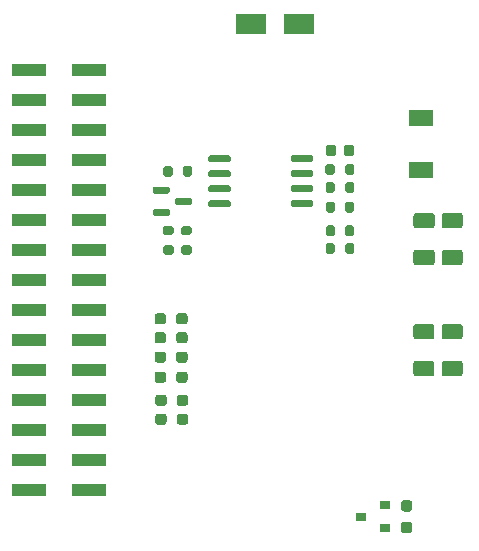
<source format=gtp>
G04 #@! TF.GenerationSoftware,KiCad,Pcbnew,7.0.7-7.0.7~ubuntu23.04.1*
G04 #@! TF.CreationDate,2023-09-19T04:43:27+00:00*
G04 #@! TF.ProjectId,m5-pantilt,6d352d70-616e-4746-996c-742e6b696361,1*
G04 #@! TF.SameCoordinates,Original*
G04 #@! TF.FileFunction,Paste,Top*
G04 #@! TF.FilePolarity,Positive*
%FSLAX46Y46*%
G04 Gerber Fmt 4.6, Leading zero omitted, Abs format (unit mm)*
G04 Created by KiCad (PCBNEW 7.0.7-7.0.7~ubuntu23.04.1) date 2023-09-19 04:43:27*
%MOMM*%
%LPD*%
G01*
G04 APERTURE LIST*
%ADD10R,0.900000X0.800000*%
%ADD11R,3.000000X1.000000*%
%ADD12R,2.500000X1.800000*%
%ADD13R,2.100000X1.400000*%
G04 APERTURE END LIST*
G36*
G01*
X117100000Y-81262500D02*
X117100000Y-81737500D01*
G75*
G02*
X116862500Y-81975000I-237500J0D01*
G01*
X116362500Y-81975000D01*
G75*
G02*
X116125000Y-81737500I0J237500D01*
G01*
X116125000Y-81262500D01*
G75*
G02*
X116362500Y-81025000I237500J0D01*
G01*
X116862500Y-81025000D01*
G75*
G02*
X117100000Y-81262500I0J-237500D01*
G01*
G37*
G36*
G01*
X115275000Y-81262500D02*
X115275000Y-81737500D01*
G75*
G02*
X115037500Y-81975000I-237500J0D01*
G01*
X114537500Y-81975000D01*
G75*
G02*
X114300000Y-81737500I0J237500D01*
G01*
X114300000Y-81262500D01*
G75*
G02*
X114537500Y-81025000I237500J0D01*
G01*
X115037500Y-81025000D01*
G75*
G02*
X115275000Y-81262500I0J-237500D01*
G01*
G37*
G36*
G01*
X117100000Y-82962500D02*
X117100000Y-83437500D01*
G75*
G02*
X116862500Y-83675000I-237500J0D01*
G01*
X116362500Y-83675000D01*
G75*
G02*
X116125000Y-83437500I0J237500D01*
G01*
X116125000Y-82962500D01*
G75*
G02*
X116362500Y-82725000I237500J0D01*
G01*
X116862500Y-82725000D01*
G75*
G02*
X117100000Y-82962500I0J-237500D01*
G01*
G37*
G36*
G01*
X115275000Y-82962500D02*
X115275000Y-83437500D01*
G75*
G02*
X115037500Y-83675000I-237500J0D01*
G01*
X114537500Y-83675000D01*
G75*
G02*
X114300000Y-83437500I0J237500D01*
G01*
X114300000Y-82962500D01*
G75*
G02*
X114537500Y-82725000I237500J0D01*
G01*
X115037500Y-82725000D01*
G75*
G02*
X115275000Y-82962500I0J-237500D01*
G01*
G37*
G36*
G01*
X140150000Y-73725000D02*
X138850000Y-73725000D01*
G75*
G02*
X138600000Y-73475000I0J250000D01*
G01*
X138600000Y-72650000D01*
G75*
G02*
X138850000Y-72400000I250000J0D01*
G01*
X140150000Y-72400000D01*
G75*
G02*
X140400000Y-72650000I0J-250000D01*
G01*
X140400000Y-73475000D01*
G75*
G02*
X140150000Y-73725000I-250000J0D01*
G01*
G37*
G36*
G01*
X140150000Y-70600000D02*
X138850000Y-70600000D01*
G75*
G02*
X138600000Y-70350000I0J250000D01*
G01*
X138600000Y-69525000D01*
G75*
G02*
X138850000Y-69275000I250000J0D01*
G01*
X140150000Y-69275000D01*
G75*
G02*
X140400000Y-69525000I0J-250000D01*
G01*
X140400000Y-70350000D01*
G75*
G02*
X140150000Y-70600000I-250000J0D01*
G01*
G37*
G36*
G01*
X136464000Y-69275000D02*
X137764000Y-69275000D01*
G75*
G02*
X138014000Y-69525000I0J-250000D01*
G01*
X138014000Y-70350000D01*
G75*
G02*
X137764000Y-70600000I-250000J0D01*
G01*
X136464000Y-70600000D01*
G75*
G02*
X136214000Y-70350000I0J250000D01*
G01*
X136214000Y-69525000D01*
G75*
G02*
X136464000Y-69275000I250000J0D01*
G01*
G37*
G36*
G01*
X136464000Y-72400000D02*
X137764000Y-72400000D01*
G75*
G02*
X138014000Y-72650000I0J-250000D01*
G01*
X138014000Y-73475000D01*
G75*
G02*
X137764000Y-73725000I-250000J0D01*
G01*
X136464000Y-73725000D01*
G75*
G02*
X136214000Y-73475000I0J250000D01*
G01*
X136214000Y-72650000D01*
G75*
G02*
X136464000Y-72400000I250000J0D01*
G01*
G37*
G36*
G01*
X136450000Y-78675000D02*
X137750000Y-78675000D01*
G75*
G02*
X138000000Y-78925000I0J-250000D01*
G01*
X138000000Y-79750000D01*
G75*
G02*
X137750000Y-80000000I-250000J0D01*
G01*
X136450000Y-80000000D01*
G75*
G02*
X136200000Y-79750000I0J250000D01*
G01*
X136200000Y-78925000D01*
G75*
G02*
X136450000Y-78675000I250000J0D01*
G01*
G37*
G36*
G01*
X136450000Y-81800000D02*
X137750000Y-81800000D01*
G75*
G02*
X138000000Y-82050000I0J-250000D01*
G01*
X138000000Y-82875000D01*
G75*
G02*
X137750000Y-83125000I-250000J0D01*
G01*
X136450000Y-83125000D01*
G75*
G02*
X136200000Y-82875000I0J250000D01*
G01*
X136200000Y-82050000D01*
G75*
G02*
X136450000Y-81800000I250000J0D01*
G01*
G37*
D10*
X133800000Y-95950000D03*
X133800000Y-94050000D03*
X131800000Y-95000000D03*
G36*
G01*
X135873700Y-96396200D02*
X135398700Y-96396200D01*
G75*
G02*
X135161200Y-96158700I0J237500D01*
G01*
X135161200Y-95658700D01*
G75*
G02*
X135398700Y-95421200I237500J0D01*
G01*
X135873700Y-95421200D01*
G75*
G02*
X136111200Y-95658700I0J-237500D01*
G01*
X136111200Y-96158700D01*
G75*
G02*
X135873700Y-96396200I-237500J0D01*
G01*
G37*
G36*
G01*
X135873700Y-94571200D02*
X135398700Y-94571200D01*
G75*
G02*
X135161200Y-94333700I0J237500D01*
G01*
X135161200Y-93833700D01*
G75*
G02*
X135398700Y-93596200I237500J0D01*
G01*
X135873700Y-93596200D01*
G75*
G02*
X136111200Y-93833700I0J-237500D01*
G01*
X136111200Y-94333700D01*
G75*
G02*
X135873700Y-94571200I-237500J0D01*
G01*
G37*
G36*
G01*
X117100000Y-78012500D02*
X117100000Y-78487500D01*
G75*
G02*
X116862500Y-78725000I-237500J0D01*
G01*
X116362500Y-78725000D01*
G75*
G02*
X116125000Y-78487500I0J237500D01*
G01*
X116125000Y-78012500D01*
G75*
G02*
X116362500Y-77775000I237500J0D01*
G01*
X116862500Y-77775000D01*
G75*
G02*
X117100000Y-78012500I0J-237500D01*
G01*
G37*
G36*
G01*
X115275000Y-78012500D02*
X115275000Y-78487500D01*
G75*
G02*
X115037500Y-78725000I-237500J0D01*
G01*
X114537500Y-78725000D01*
G75*
G02*
X114300000Y-78487500I0J237500D01*
G01*
X114300000Y-78012500D01*
G75*
G02*
X114537500Y-77775000I237500J0D01*
G01*
X115037500Y-77775000D01*
G75*
G02*
X115275000Y-78012500I0J-237500D01*
G01*
G37*
G36*
G01*
X117150000Y-84912500D02*
X117150000Y-85387500D01*
G75*
G02*
X116912500Y-85625000I-237500J0D01*
G01*
X116412500Y-85625000D01*
G75*
G02*
X116175000Y-85387500I0J237500D01*
G01*
X116175000Y-84912500D01*
G75*
G02*
X116412500Y-84675000I237500J0D01*
G01*
X116912500Y-84675000D01*
G75*
G02*
X117150000Y-84912500I0J-237500D01*
G01*
G37*
G36*
G01*
X115325000Y-84912500D02*
X115325000Y-85387500D01*
G75*
G02*
X115087500Y-85625000I-237500J0D01*
G01*
X114587500Y-85625000D01*
G75*
G02*
X114350000Y-85387500I0J237500D01*
G01*
X114350000Y-84912500D01*
G75*
G02*
X114587500Y-84675000I237500J0D01*
G01*
X115087500Y-84675000D01*
G75*
G02*
X115325000Y-84912500I0J-237500D01*
G01*
G37*
G36*
G01*
X117100000Y-79612500D02*
X117100000Y-80087500D01*
G75*
G02*
X116862500Y-80325000I-237500J0D01*
G01*
X116362500Y-80325000D01*
G75*
G02*
X116125000Y-80087500I0J237500D01*
G01*
X116125000Y-79612500D01*
G75*
G02*
X116362500Y-79375000I237500J0D01*
G01*
X116862500Y-79375000D01*
G75*
G02*
X117100000Y-79612500I0J-237500D01*
G01*
G37*
G36*
G01*
X115275000Y-79612500D02*
X115275000Y-80087500D01*
G75*
G02*
X115037500Y-80325000I-237500J0D01*
G01*
X114537500Y-80325000D01*
G75*
G02*
X114300000Y-80087500I0J237500D01*
G01*
X114300000Y-79612500D01*
G75*
G02*
X114537500Y-79375000I237500J0D01*
G01*
X115037500Y-79375000D01*
G75*
G02*
X115275000Y-79612500I0J-237500D01*
G01*
G37*
G36*
G01*
X117150000Y-86512500D02*
X117150000Y-86987500D01*
G75*
G02*
X116912500Y-87225000I-237500J0D01*
G01*
X116412500Y-87225000D01*
G75*
G02*
X116175000Y-86987500I0J237500D01*
G01*
X116175000Y-86512500D01*
G75*
G02*
X116412500Y-86275000I237500J0D01*
G01*
X116912500Y-86275000D01*
G75*
G02*
X117150000Y-86512500I0J-237500D01*
G01*
G37*
G36*
G01*
X115325000Y-86512500D02*
X115325000Y-86987500D01*
G75*
G02*
X115087500Y-87225000I-237500J0D01*
G01*
X114587500Y-87225000D01*
G75*
G02*
X114350000Y-86987500I0J237500D01*
G01*
X114350000Y-86512500D01*
G75*
G02*
X114587500Y-86275000I237500J0D01*
G01*
X115087500Y-86275000D01*
G75*
G02*
X115325000Y-86512500I0J-237500D01*
G01*
G37*
G36*
G01*
X128775000Y-72575000D02*
X128775000Y-72025000D01*
G75*
G02*
X128975000Y-71825000I200000J0D01*
G01*
X129375000Y-71825000D01*
G75*
G02*
X129575000Y-72025000I0J-200000D01*
G01*
X129575000Y-72575000D01*
G75*
G02*
X129375000Y-72775000I-200000J0D01*
G01*
X128975000Y-72775000D01*
G75*
G02*
X128775000Y-72575000I0J200000D01*
G01*
G37*
G36*
G01*
X130425000Y-72575000D02*
X130425000Y-72025000D01*
G75*
G02*
X130625000Y-71825000I200000J0D01*
G01*
X131025000Y-71825000D01*
G75*
G02*
X131225000Y-72025000I0J-200000D01*
G01*
X131225000Y-72575000D01*
G75*
G02*
X131025000Y-72775000I-200000J0D01*
G01*
X130625000Y-72775000D01*
G75*
G02*
X130425000Y-72575000I0J200000D01*
G01*
G37*
G36*
G01*
X131225000Y-70525000D02*
X131225000Y-71075000D01*
G75*
G02*
X131025000Y-71275000I-200000J0D01*
G01*
X130625000Y-71275000D01*
G75*
G02*
X130425000Y-71075000I0J200000D01*
G01*
X130425000Y-70525000D01*
G75*
G02*
X130625000Y-70325000I200000J0D01*
G01*
X131025000Y-70325000D01*
G75*
G02*
X131225000Y-70525000I0J-200000D01*
G01*
G37*
G36*
G01*
X129575000Y-70525000D02*
X129575000Y-71075000D01*
G75*
G02*
X129375000Y-71275000I-200000J0D01*
G01*
X128975000Y-71275000D01*
G75*
G02*
X128775000Y-71075000I0J200000D01*
G01*
X128775000Y-70525000D01*
G75*
G02*
X128975000Y-70325000I200000J0D01*
G01*
X129375000Y-70325000D01*
G75*
G02*
X129575000Y-70525000I0J-200000D01*
G01*
G37*
G36*
G01*
X138850000Y-78675000D02*
X140150000Y-78675000D01*
G75*
G02*
X140400000Y-78925000I0J-250000D01*
G01*
X140400000Y-79750000D01*
G75*
G02*
X140150000Y-80000000I-250000J0D01*
G01*
X138850000Y-80000000D01*
G75*
G02*
X138600000Y-79750000I0J250000D01*
G01*
X138600000Y-78925000D01*
G75*
G02*
X138850000Y-78675000I250000J0D01*
G01*
G37*
G36*
G01*
X138850000Y-81800000D02*
X140150000Y-81800000D01*
G75*
G02*
X140400000Y-82050000I0J-250000D01*
G01*
X140400000Y-82875000D01*
G75*
G02*
X140150000Y-83125000I-250000J0D01*
G01*
X138850000Y-83125000D01*
G75*
G02*
X138600000Y-82875000I0J250000D01*
G01*
X138600000Y-82050000D01*
G75*
G02*
X138850000Y-81800000I250000J0D01*
G01*
G37*
G36*
G01*
X117475000Y-65475000D02*
X117475000Y-66025000D01*
G75*
G02*
X117275000Y-66225000I-200000J0D01*
G01*
X116875000Y-66225000D01*
G75*
G02*
X116675000Y-66025000I0J200000D01*
G01*
X116675000Y-65475000D01*
G75*
G02*
X116875000Y-65275000I200000J0D01*
G01*
X117275000Y-65275000D01*
G75*
G02*
X117475000Y-65475000I0J-200000D01*
G01*
G37*
G36*
G01*
X115825000Y-65475000D02*
X115825000Y-66025000D01*
G75*
G02*
X115625000Y-66225000I-200000J0D01*
G01*
X115225000Y-66225000D01*
G75*
G02*
X115025000Y-66025000I0J200000D01*
G01*
X115025000Y-65475000D01*
G75*
G02*
X115225000Y-65275000I200000J0D01*
G01*
X115625000Y-65275000D01*
G75*
G02*
X115825000Y-65475000I0J-200000D01*
G01*
G37*
G36*
G01*
X131215000Y-65325000D02*
X131215000Y-65875000D01*
G75*
G02*
X131015000Y-66075000I-200000J0D01*
G01*
X130615000Y-66075000D01*
G75*
G02*
X130415000Y-65875000I0J200000D01*
G01*
X130415000Y-65325000D01*
G75*
G02*
X130615000Y-65125000I200000J0D01*
G01*
X131015000Y-65125000D01*
G75*
G02*
X131215000Y-65325000I0J-200000D01*
G01*
G37*
G36*
G01*
X129565000Y-65325000D02*
X129565000Y-65875000D01*
G75*
G02*
X129365000Y-66075000I-200000J0D01*
G01*
X128965000Y-66075000D01*
G75*
G02*
X128765000Y-65875000I0J200000D01*
G01*
X128765000Y-65325000D01*
G75*
G02*
X128965000Y-65125000I200000J0D01*
G01*
X129365000Y-65125000D01*
G75*
G02*
X129565000Y-65325000I0J-200000D01*
G01*
G37*
G36*
G01*
X128775000Y-64250000D02*
X128775000Y-63750000D01*
G75*
G02*
X129000000Y-63525000I225000J0D01*
G01*
X129450000Y-63525000D01*
G75*
G02*
X129675000Y-63750000I0J-225000D01*
G01*
X129675000Y-64250000D01*
G75*
G02*
X129450000Y-64475000I-225000J0D01*
G01*
X129000000Y-64475000D01*
G75*
G02*
X128775000Y-64250000I0J225000D01*
G01*
G37*
G36*
G01*
X130325000Y-64250000D02*
X130325000Y-63750000D01*
G75*
G02*
X130550000Y-63525000I225000J0D01*
G01*
X131000000Y-63525000D01*
G75*
G02*
X131225000Y-63750000I0J-225000D01*
G01*
X131225000Y-64250000D01*
G75*
G02*
X131000000Y-64475000I-225000J0D01*
G01*
X130550000Y-64475000D01*
G75*
G02*
X130325000Y-64250000I0J225000D01*
G01*
G37*
D11*
X108720000Y-57220000D03*
X103680000Y-57220000D03*
X108720000Y-59760000D03*
X103680000Y-59760000D03*
X108720000Y-62300000D03*
X103680000Y-62300000D03*
X108720000Y-64840000D03*
X103680000Y-64840000D03*
X108720000Y-67380000D03*
X103680000Y-67380000D03*
X108720000Y-69920000D03*
X103680000Y-69920000D03*
X108720000Y-72460000D03*
X103680000Y-72460000D03*
X108720000Y-75000000D03*
X103680000Y-75000000D03*
X108720000Y-77540000D03*
X103680000Y-77540000D03*
X108720000Y-80080000D03*
X103680000Y-80080000D03*
X108720000Y-82620000D03*
X103680000Y-82620000D03*
X108720000Y-85160000D03*
X103680000Y-85160000D03*
X108720000Y-87700000D03*
X103680000Y-87700000D03*
X108720000Y-90240000D03*
X103680000Y-90240000D03*
X108720000Y-92780000D03*
X103680000Y-92780000D03*
D12*
X126500000Y-53250000D03*
X122500000Y-53250000D03*
G36*
G01*
X114125000Y-67500000D02*
X114125000Y-67200000D01*
G75*
G02*
X114275000Y-67050000I150000J0D01*
G01*
X115450000Y-67050000D01*
G75*
G02*
X115600000Y-67200000I0J-150000D01*
G01*
X115600000Y-67500000D01*
G75*
G02*
X115450000Y-67650000I-150000J0D01*
G01*
X114275000Y-67650000D01*
G75*
G02*
X114125000Y-67500000I0J150000D01*
G01*
G37*
G36*
G01*
X114125000Y-69400000D02*
X114125000Y-69100000D01*
G75*
G02*
X114275000Y-68950000I150000J0D01*
G01*
X115450000Y-68950000D01*
G75*
G02*
X115600000Y-69100000I0J-150000D01*
G01*
X115600000Y-69400000D01*
G75*
G02*
X115450000Y-69550000I-150000J0D01*
G01*
X114275000Y-69550000D01*
G75*
G02*
X114125000Y-69400000I0J150000D01*
G01*
G37*
G36*
G01*
X116000000Y-68450000D02*
X116000000Y-68150000D01*
G75*
G02*
X116150000Y-68000000I150000J0D01*
G01*
X117325000Y-68000000D01*
G75*
G02*
X117475000Y-68150000I0J-150000D01*
G01*
X117475000Y-68450000D01*
G75*
G02*
X117325000Y-68600000I-150000J0D01*
G01*
X116150000Y-68600000D01*
G75*
G02*
X116000000Y-68450000I0J150000D01*
G01*
G37*
G36*
G01*
X131225000Y-68525000D02*
X131225000Y-69075000D01*
G75*
G02*
X131025000Y-69275000I-200000J0D01*
G01*
X130625000Y-69275000D01*
G75*
G02*
X130425000Y-69075000I0J200000D01*
G01*
X130425000Y-68525000D01*
G75*
G02*
X130625000Y-68325000I200000J0D01*
G01*
X131025000Y-68325000D01*
G75*
G02*
X131225000Y-68525000I0J-200000D01*
G01*
G37*
G36*
G01*
X129575000Y-68525000D02*
X129575000Y-69075000D01*
G75*
G02*
X129375000Y-69275000I-200000J0D01*
G01*
X128975000Y-69275000D01*
G75*
G02*
X128775000Y-69075000I0J200000D01*
G01*
X128775000Y-68525000D01*
G75*
G02*
X128975000Y-68325000I200000J0D01*
G01*
X129375000Y-68325000D01*
G75*
G02*
X129575000Y-68525000I0J-200000D01*
G01*
G37*
G36*
G01*
X118850000Y-64845000D02*
X118850000Y-64545000D01*
G75*
G02*
X119000000Y-64395000I150000J0D01*
G01*
X120600000Y-64395000D01*
G75*
G02*
X120750000Y-64545000I0J-150000D01*
G01*
X120750000Y-64845000D01*
G75*
G02*
X120600000Y-64995000I-150000J0D01*
G01*
X119000000Y-64995000D01*
G75*
G02*
X118850000Y-64845000I0J150000D01*
G01*
G37*
G36*
G01*
X118850000Y-66115000D02*
X118850000Y-65815000D01*
G75*
G02*
X119000000Y-65665000I150000J0D01*
G01*
X120600000Y-65665000D01*
G75*
G02*
X120750000Y-65815000I0J-150000D01*
G01*
X120750000Y-66115000D01*
G75*
G02*
X120600000Y-66265000I-150000J0D01*
G01*
X119000000Y-66265000D01*
G75*
G02*
X118850000Y-66115000I0J150000D01*
G01*
G37*
G36*
G01*
X118850000Y-67385000D02*
X118850000Y-67085000D01*
G75*
G02*
X119000000Y-66935000I150000J0D01*
G01*
X120600000Y-66935000D01*
G75*
G02*
X120750000Y-67085000I0J-150000D01*
G01*
X120750000Y-67385000D01*
G75*
G02*
X120600000Y-67535000I-150000J0D01*
G01*
X119000000Y-67535000D01*
G75*
G02*
X118850000Y-67385000I0J150000D01*
G01*
G37*
G36*
G01*
X118850000Y-68655000D02*
X118850000Y-68355000D01*
G75*
G02*
X119000000Y-68205000I150000J0D01*
G01*
X120600000Y-68205000D01*
G75*
G02*
X120750000Y-68355000I0J-150000D01*
G01*
X120750000Y-68655000D01*
G75*
G02*
X120600000Y-68805000I-150000J0D01*
G01*
X119000000Y-68805000D01*
G75*
G02*
X118850000Y-68655000I0J150000D01*
G01*
G37*
G36*
G01*
X125850000Y-68655000D02*
X125850000Y-68355000D01*
G75*
G02*
X126000000Y-68205000I150000J0D01*
G01*
X127600000Y-68205000D01*
G75*
G02*
X127750000Y-68355000I0J-150000D01*
G01*
X127750000Y-68655000D01*
G75*
G02*
X127600000Y-68805000I-150000J0D01*
G01*
X126000000Y-68805000D01*
G75*
G02*
X125850000Y-68655000I0J150000D01*
G01*
G37*
G36*
G01*
X125850000Y-67385000D02*
X125850000Y-67085000D01*
G75*
G02*
X126000000Y-66935000I150000J0D01*
G01*
X127600000Y-66935000D01*
G75*
G02*
X127750000Y-67085000I0J-150000D01*
G01*
X127750000Y-67385000D01*
G75*
G02*
X127600000Y-67535000I-150000J0D01*
G01*
X126000000Y-67535000D01*
G75*
G02*
X125850000Y-67385000I0J150000D01*
G01*
G37*
G36*
G01*
X125850000Y-66115000D02*
X125850000Y-65815000D01*
G75*
G02*
X126000000Y-65665000I150000J0D01*
G01*
X127600000Y-65665000D01*
G75*
G02*
X127750000Y-65815000I0J-150000D01*
G01*
X127750000Y-66115000D01*
G75*
G02*
X127600000Y-66265000I-150000J0D01*
G01*
X126000000Y-66265000D01*
G75*
G02*
X125850000Y-66115000I0J150000D01*
G01*
G37*
G36*
G01*
X125850000Y-64845000D02*
X125850000Y-64545000D01*
G75*
G02*
X126000000Y-64395000I150000J0D01*
G01*
X127600000Y-64395000D01*
G75*
G02*
X127750000Y-64545000I0J-150000D01*
G01*
X127750000Y-64845000D01*
G75*
G02*
X127600000Y-64995000I-150000J0D01*
G01*
X126000000Y-64995000D01*
G75*
G02*
X125850000Y-64845000I0J150000D01*
G01*
G37*
G36*
G01*
X117275000Y-72825000D02*
X116725000Y-72825000D01*
G75*
G02*
X116525000Y-72625000I0J200000D01*
G01*
X116525000Y-72225000D01*
G75*
G02*
X116725000Y-72025000I200000J0D01*
G01*
X117275000Y-72025000D01*
G75*
G02*
X117475000Y-72225000I0J-200000D01*
G01*
X117475000Y-72625000D01*
G75*
G02*
X117275000Y-72825000I-200000J0D01*
G01*
G37*
G36*
G01*
X117275000Y-71175000D02*
X116725000Y-71175000D01*
G75*
G02*
X116525000Y-70975000I0J200000D01*
G01*
X116525000Y-70575000D01*
G75*
G02*
X116725000Y-70375000I200000J0D01*
G01*
X117275000Y-70375000D01*
G75*
G02*
X117475000Y-70575000I0J-200000D01*
G01*
X117475000Y-70975000D01*
G75*
G02*
X117275000Y-71175000I-200000J0D01*
G01*
G37*
G36*
G01*
X131225000Y-66865000D02*
X131225000Y-67415000D01*
G75*
G02*
X131025000Y-67615000I-200000J0D01*
G01*
X130625000Y-67615000D01*
G75*
G02*
X130425000Y-67415000I0J200000D01*
G01*
X130425000Y-66865000D01*
G75*
G02*
X130625000Y-66665000I200000J0D01*
G01*
X131025000Y-66665000D01*
G75*
G02*
X131225000Y-66865000I0J-200000D01*
G01*
G37*
G36*
G01*
X129575000Y-66865000D02*
X129575000Y-67415000D01*
G75*
G02*
X129375000Y-67615000I-200000J0D01*
G01*
X128975000Y-67615000D01*
G75*
G02*
X128775000Y-67415000I0J200000D01*
G01*
X128775000Y-66865000D01*
G75*
G02*
X128975000Y-66665000I200000J0D01*
G01*
X129375000Y-66665000D01*
G75*
G02*
X129575000Y-66865000I0J-200000D01*
G01*
G37*
G36*
G01*
X115175000Y-70375000D02*
X115725000Y-70375000D01*
G75*
G02*
X115925000Y-70575000I0J-200000D01*
G01*
X115925000Y-70975000D01*
G75*
G02*
X115725000Y-71175000I-200000J0D01*
G01*
X115175000Y-71175000D01*
G75*
G02*
X114975000Y-70975000I0J200000D01*
G01*
X114975000Y-70575000D01*
G75*
G02*
X115175000Y-70375000I200000J0D01*
G01*
G37*
G36*
G01*
X115175000Y-72025000D02*
X115725000Y-72025000D01*
G75*
G02*
X115925000Y-72225000I0J-200000D01*
G01*
X115925000Y-72625000D01*
G75*
G02*
X115725000Y-72825000I-200000J0D01*
G01*
X115175000Y-72825000D01*
G75*
G02*
X114975000Y-72625000I0J200000D01*
G01*
X114975000Y-72225000D01*
G75*
G02*
X115175000Y-72025000I200000J0D01*
G01*
G37*
D13*
X136830000Y-65624000D03*
X136830000Y-61224000D03*
M02*

</source>
